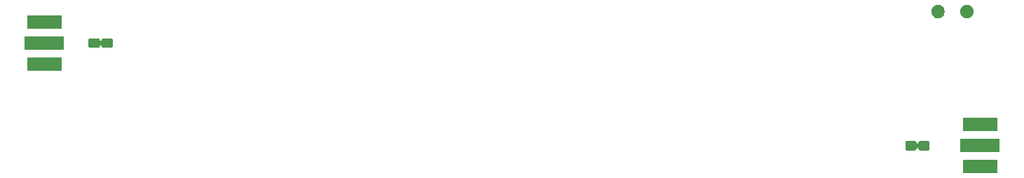
<source format=gbr>
G04 #@! TF.GenerationSoftware,KiCad,Pcbnew,5.1.2-f72e74a~84~ubuntu18.04.1*
G04 #@! TF.CreationDate,2019-11-26T15:09:58+01:00*
G04 #@! TF.ProjectId,FR4_proto2,4652345f-7072-46f7-946f-322e6b696361,rev?*
G04 #@! TF.SameCoordinates,Original*
G04 #@! TF.FileFunction,Soldermask,Top*
G04 #@! TF.FilePolarity,Negative*
%FSLAX46Y46*%
G04 Gerber Fmt 4.6, Leading zero omitted, Abs format (unit mm)*
G04 Created by KiCad (PCBNEW 5.1.2-f72e74a~84~ubuntu18.04.1) date 2019-11-26 15:09:58*
%MOMM*%
%LPD*%
G04 APERTURE LIST*
%ADD10C,0.100000*%
G04 APERTURE END LIST*
D10*
G36*
X186231000Y-98301000D02*
G01*
X182069000Y-98301000D01*
X182069000Y-96679000D01*
X186231000Y-96679000D01*
X186231000Y-98301000D01*
X186231000Y-98301000D01*
G37*
G36*
X186501000Y-95761000D02*
G01*
X181799000Y-95761000D01*
X181799000Y-94139000D01*
X186501000Y-94139000D01*
X186501000Y-95761000D01*
X186501000Y-95761000D01*
G37*
G36*
X176307811Y-94378605D02*
G01*
X176346867Y-94390453D01*
X176382862Y-94409693D01*
X176414414Y-94435586D01*
X176440307Y-94467138D01*
X176459547Y-94503133D01*
X176471395Y-94542189D01*
X176475603Y-94584918D01*
X176480383Y-94608951D01*
X176489761Y-94631590D01*
X176503374Y-94651964D01*
X176520701Y-94669291D01*
X176541076Y-94682905D01*
X176563715Y-94692283D01*
X176587748Y-94697063D01*
X176612252Y-94697063D01*
X176636285Y-94692283D01*
X176658924Y-94682905D01*
X176679298Y-94669292D01*
X176696625Y-94651965D01*
X176710239Y-94631590D01*
X176719617Y-94608951D01*
X176724397Y-94584918D01*
X176728605Y-94542189D01*
X176740453Y-94503133D01*
X176759693Y-94467138D01*
X176785586Y-94435586D01*
X176817138Y-94409693D01*
X176853133Y-94390453D01*
X176892189Y-94378605D01*
X176938949Y-94374000D01*
X177861051Y-94374000D01*
X177907811Y-94378605D01*
X177946867Y-94390453D01*
X177982862Y-94409693D01*
X178014414Y-94435586D01*
X178040307Y-94467138D01*
X178059547Y-94503133D01*
X178071395Y-94542189D01*
X178076000Y-94588949D01*
X178076000Y-95311051D01*
X178071395Y-95357811D01*
X178059547Y-95396867D01*
X178040307Y-95432862D01*
X178014414Y-95464414D01*
X177982862Y-95490307D01*
X177946867Y-95509547D01*
X177907811Y-95521395D01*
X177861051Y-95526000D01*
X176938949Y-95526000D01*
X176892189Y-95521395D01*
X176853133Y-95509547D01*
X176817138Y-95490307D01*
X176785586Y-95464414D01*
X176759693Y-95432862D01*
X176740453Y-95396867D01*
X176728605Y-95357811D01*
X176724397Y-95315082D01*
X176719617Y-95291049D01*
X176710239Y-95268410D01*
X176696626Y-95248036D01*
X176679299Y-95230709D01*
X176658924Y-95217095D01*
X176636285Y-95207717D01*
X176612252Y-95202937D01*
X176587748Y-95202937D01*
X176563715Y-95207717D01*
X176541076Y-95217095D01*
X176520702Y-95230708D01*
X176503375Y-95248035D01*
X176489761Y-95268410D01*
X176480383Y-95291049D01*
X176475603Y-95315082D01*
X176471395Y-95357811D01*
X176459547Y-95396867D01*
X176440307Y-95432862D01*
X176414414Y-95464414D01*
X176382862Y-95490307D01*
X176346867Y-95509547D01*
X176307811Y-95521395D01*
X176261051Y-95526000D01*
X175338949Y-95526000D01*
X175292189Y-95521395D01*
X175253133Y-95509547D01*
X175217138Y-95490307D01*
X175185586Y-95464414D01*
X175159693Y-95432862D01*
X175140453Y-95396867D01*
X175128605Y-95357811D01*
X175124000Y-95311051D01*
X175124000Y-94588949D01*
X175128605Y-94542189D01*
X175140453Y-94503133D01*
X175159693Y-94467138D01*
X175185586Y-94435586D01*
X175217138Y-94409693D01*
X175253133Y-94390453D01*
X175292189Y-94378605D01*
X175338949Y-94374000D01*
X176261051Y-94374000D01*
X176307811Y-94378605D01*
X176307811Y-94378605D01*
G37*
G36*
X186231000Y-93221000D02*
G01*
X182069000Y-93221000D01*
X182069000Y-91599000D01*
X186231000Y-91599000D01*
X186231000Y-93221000D01*
X186231000Y-93221000D01*
G37*
G36*
X73201000Y-85901000D02*
G01*
X69039000Y-85901000D01*
X69039000Y-84279000D01*
X73201000Y-84279000D01*
X73201000Y-85901000D01*
X73201000Y-85901000D01*
G37*
G36*
X73471000Y-83361000D02*
G01*
X68769000Y-83361000D01*
X68769000Y-81739000D01*
X73471000Y-81739000D01*
X73471000Y-83361000D01*
X73471000Y-83361000D01*
G37*
G36*
X77647811Y-81978605D02*
G01*
X77686867Y-81990453D01*
X77722862Y-82009693D01*
X77754414Y-82035586D01*
X77780307Y-82067138D01*
X77799547Y-82103133D01*
X77811395Y-82142189D01*
X77815603Y-82184918D01*
X77820383Y-82208951D01*
X77829761Y-82231590D01*
X77843374Y-82251964D01*
X77860701Y-82269291D01*
X77881076Y-82282905D01*
X77903715Y-82292283D01*
X77927748Y-82297063D01*
X77952252Y-82297063D01*
X77976285Y-82292283D01*
X77998924Y-82282905D01*
X78019298Y-82269292D01*
X78036625Y-82251965D01*
X78050239Y-82231590D01*
X78059617Y-82208951D01*
X78064397Y-82184918D01*
X78068605Y-82142189D01*
X78080453Y-82103133D01*
X78099693Y-82067138D01*
X78125586Y-82035586D01*
X78157138Y-82009693D01*
X78193133Y-81990453D01*
X78232189Y-81978605D01*
X78278949Y-81974000D01*
X79201051Y-81974000D01*
X79247811Y-81978605D01*
X79286867Y-81990453D01*
X79322862Y-82009693D01*
X79354414Y-82035586D01*
X79380307Y-82067138D01*
X79399547Y-82103133D01*
X79411395Y-82142189D01*
X79416000Y-82188949D01*
X79416000Y-82911051D01*
X79411395Y-82957811D01*
X79399547Y-82996867D01*
X79380307Y-83032862D01*
X79354414Y-83064414D01*
X79322862Y-83090307D01*
X79286867Y-83109547D01*
X79247811Y-83121395D01*
X79201051Y-83126000D01*
X78278949Y-83126000D01*
X78232189Y-83121395D01*
X78193133Y-83109547D01*
X78157138Y-83090307D01*
X78125586Y-83064414D01*
X78099693Y-83032862D01*
X78080453Y-82996867D01*
X78068605Y-82957811D01*
X78064397Y-82915082D01*
X78059617Y-82891049D01*
X78050239Y-82868410D01*
X78036626Y-82848036D01*
X78019299Y-82830709D01*
X77998924Y-82817095D01*
X77976285Y-82807717D01*
X77952252Y-82802937D01*
X77927748Y-82802937D01*
X77903715Y-82807717D01*
X77881076Y-82817095D01*
X77860702Y-82830708D01*
X77843375Y-82848035D01*
X77829761Y-82868410D01*
X77820383Y-82891049D01*
X77815603Y-82915082D01*
X77811395Y-82957811D01*
X77799547Y-82996867D01*
X77780307Y-83032862D01*
X77754414Y-83064414D01*
X77722862Y-83090307D01*
X77686867Y-83109547D01*
X77647811Y-83121395D01*
X77601051Y-83126000D01*
X76678949Y-83126000D01*
X76632189Y-83121395D01*
X76593133Y-83109547D01*
X76557138Y-83090307D01*
X76525586Y-83064414D01*
X76499693Y-83032862D01*
X76480453Y-82996867D01*
X76468605Y-82957811D01*
X76464000Y-82911051D01*
X76464000Y-82188949D01*
X76468605Y-82142189D01*
X76480453Y-82103133D01*
X76499693Y-82067138D01*
X76525586Y-82035586D01*
X76557138Y-82009693D01*
X76593133Y-81990453D01*
X76632189Y-81978605D01*
X76678949Y-81974000D01*
X77601051Y-81974000D01*
X77647811Y-81978605D01*
X77647811Y-81978605D01*
G37*
G36*
X73201000Y-80821000D02*
G01*
X69039000Y-80821000D01*
X69039000Y-79199000D01*
X73201000Y-79199000D01*
X73201000Y-80821000D01*
X73201000Y-80821000D01*
G37*
G36*
X179307142Y-77958242D02*
G01*
X179455101Y-78019529D01*
X179588255Y-78108499D01*
X179701501Y-78221745D01*
X179790471Y-78354899D01*
X179851758Y-78502858D01*
X179883000Y-78659925D01*
X179883000Y-78820075D01*
X179851758Y-78977142D01*
X179790471Y-79125101D01*
X179701501Y-79258255D01*
X179588255Y-79371501D01*
X179455101Y-79460471D01*
X179307142Y-79521758D01*
X179150075Y-79553000D01*
X178989925Y-79553000D01*
X178832858Y-79521758D01*
X178684899Y-79460471D01*
X178551745Y-79371501D01*
X178438499Y-79258255D01*
X178349529Y-79125101D01*
X178288242Y-78977142D01*
X178257000Y-78820075D01*
X178257000Y-78659925D01*
X178288242Y-78502858D01*
X178349529Y-78354899D01*
X178438499Y-78221745D01*
X178551745Y-78108499D01*
X178684899Y-78019529D01*
X178832858Y-77958242D01*
X178989925Y-77927000D01*
X179150075Y-77927000D01*
X179307142Y-77958242D01*
X179307142Y-77958242D01*
G37*
G36*
X182807142Y-77958242D02*
G01*
X182955101Y-78019529D01*
X183088255Y-78108499D01*
X183201501Y-78221745D01*
X183290471Y-78354899D01*
X183351758Y-78502858D01*
X183383000Y-78659925D01*
X183383000Y-78820075D01*
X183351758Y-78977142D01*
X183290471Y-79125101D01*
X183201501Y-79258255D01*
X183088255Y-79371501D01*
X182955101Y-79460471D01*
X182807142Y-79521758D01*
X182650075Y-79553000D01*
X182489925Y-79553000D01*
X182332858Y-79521758D01*
X182184899Y-79460471D01*
X182051745Y-79371501D01*
X181938499Y-79258255D01*
X181849529Y-79125101D01*
X181788242Y-78977142D01*
X181757000Y-78820075D01*
X181757000Y-78659925D01*
X181788242Y-78502858D01*
X181849529Y-78354899D01*
X181938499Y-78221745D01*
X182051745Y-78108499D01*
X182184899Y-78019529D01*
X182332858Y-77958242D01*
X182489925Y-77927000D01*
X182650075Y-77927000D01*
X182807142Y-77958242D01*
X182807142Y-77958242D01*
G37*
M02*

</source>
